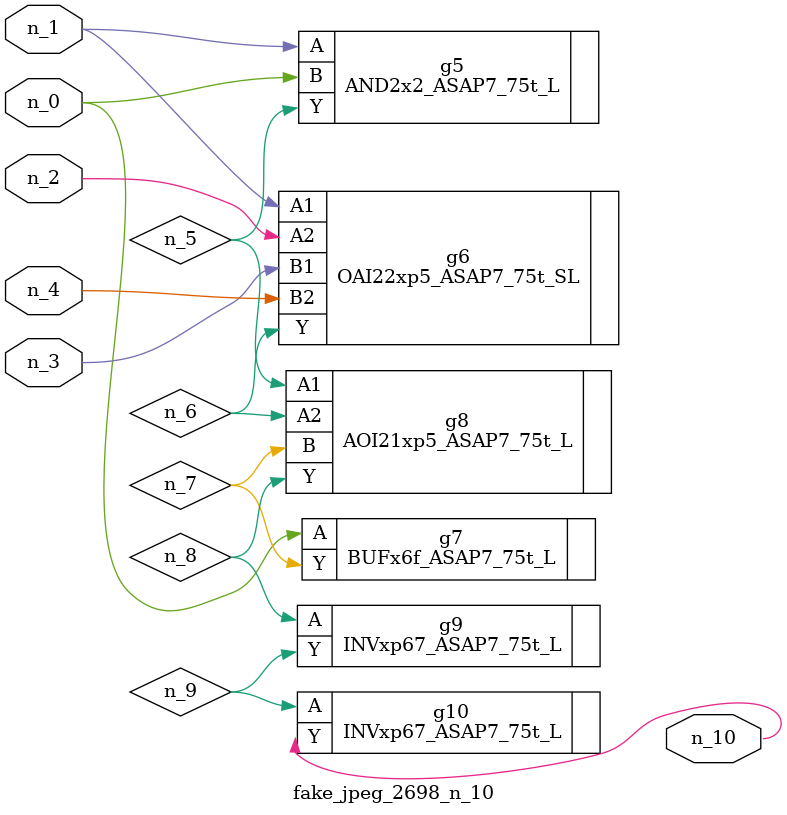
<source format=v>
module fake_jpeg_2698_n_10 (n_3, n_2, n_1, n_0, n_4, n_10);

input n_3;
input n_2;
input n_1;
input n_0;
input n_4;

output n_10;

wire n_8;
wire n_9;
wire n_6;
wire n_5;
wire n_7;

AND2x2_ASAP7_75t_L g5 ( 
.A(n_1),
.B(n_0),
.Y(n_5)
);

OAI22xp5_ASAP7_75t_SL g6 ( 
.A1(n_1),
.A2(n_2),
.B1(n_3),
.B2(n_4),
.Y(n_6)
);

BUFx6f_ASAP7_75t_L g7 ( 
.A(n_0),
.Y(n_7)
);

AOI21xp5_ASAP7_75t_L g8 ( 
.A1(n_5),
.A2(n_6),
.B(n_7),
.Y(n_8)
);

INVxp67_ASAP7_75t_L g9 ( 
.A(n_8),
.Y(n_9)
);

INVxp67_ASAP7_75t_L g10 ( 
.A(n_9),
.Y(n_10)
);


endmodule
</source>
